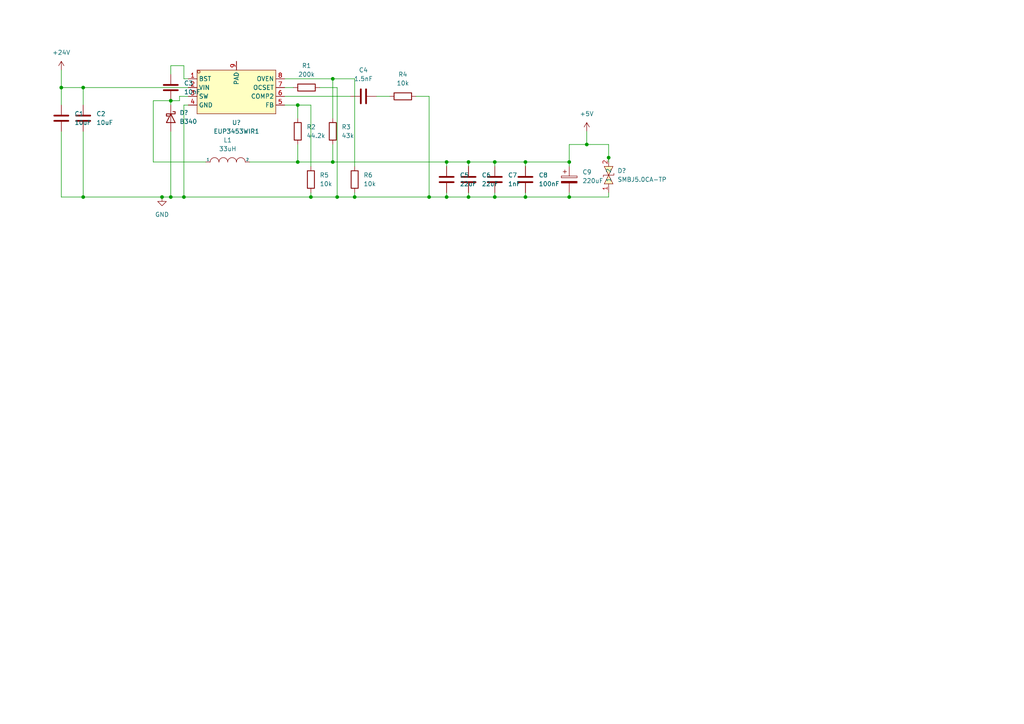
<source format=kicad_sch>
(kicad_sch (version 20211123) (generator eeschema)
  (paper "A4")
  (lib_symbols
    (symbol "Device:C" (pin_numbers hide) (pin_names (offset 0.254))
      (property "Reference" "C" (at 0.635 2.54 0))
      (property "Value" "C" (at 0.635 -2.54 0))
      (symbol "C_0_1"
        (polyline (pts (xy -2.032 -0.762) (xy 2.032 -0.762)) (stroke (width 0.508)))
        (polyline (pts (xy -2.032 0.762) (xy 2.032 0.762)) (stroke (width 0.508)))
      )
      (symbol "C_1_1"
        (pin passive line (at 0 3.81 270) (length 2.794) (name "~") (number "1"))
        (pin passive line (at 0 -3.81 90) (length 2.794) (name "~") (number "2"))
      )
    )
    (symbol "Device:C_Polarized" (pin_numbers hide) (pin_names (offset 0.254))
      (property "Reference" "C" (at 0.635 2.54 0))
      (property "Value" "C_Polarized" (at 0.635 -2.54 0))
      (symbol "C_Polarized_0_1"
        (rectangle (start -2.286 0.508) (end 2.286 1.016))
        (polyline (pts (xy -1.778 2.286) (xy -0.762 2.286)))
        (polyline (pts (xy -1.27 2.794) (xy -1.27 1.778)))
        (rectangle (start 2.286 -0.508) (end -2.286 -1.016) (fill (type outline)))
      )
      (symbol "C_Polarized_1_1"
        (pin passive line (at 0 3.81 270) (length 2.794) (name "~") (number "1"))
        (pin passive line (at 0 -3.81 90) (length 2.794) (name "~") (number "2"))
      )
    )
    (symbol "Device:R" (pin_numbers hide) (pin_names (offset 0))
      (property "Reference" "R" (at 2.032 0 90))
      (property "Value" "R" (at 0 0 90))
      (symbol "R_0_1"
        (rectangle (start -1.016 -2.54) (end 1.016 2.54) (stroke (width 0.254)))
      )
      (symbol "R_1_1"
        (pin passive line (at 0 3.81 270) (length 1.27) (name "~") (number "1"))
        (pin passive line (at 0 -3.81 90) (length 1.27) (name "~") (number "2"))
      )
    )
    (symbol "Diode:B340" (pin_numbers hide) (pin_names (offset 1.016) hide)
      (property "Reference" "D" (at 0 2.54 0))
      (property "Value" "B340" (at 0 -2.54 0))
      (symbol "B340_0_1"
        (polyline (pts (xy 1.27 0) (xy -1.27 0)))
        (polyline (pts (xy 1.27 1.27) (xy 1.27 -1.27) (xy -1.27 0) (xy 1.27 1.27)) (stroke (width 0.254)))
        (polyline (pts (xy -1.905 0.635) (xy -1.905 1.27) (xy -1.27 1.27) (xy -1.27 -1.27) (xy -0.635 -1.27) (xy -0.635 -0.635)) (stroke (width 0.254)))
      )
      (symbol "B340_1_1"
        (pin passive line (at -3.81 0 0) (length 2.54) (name "K") (number "1"))
        (pin passive line (at 3.81 0 180) (length 2.54) (name "A") (number "2"))
      )
    )
    (symbol "eup3453wir1:EUP3453WIR1"
      (property "Reference" "U" (at 0 13.97 0))
      (property "Value" "EUP3453WIR1" (at 0 -8.89 0))
      (symbol "EUP3453WIR1_0_1"
        (rectangle (start -11.43 6.35) (end 11.43 -6.35) (fill (type background)))
        (circle (center -10.92 5.84) (radius 0.38))
        (pin unspecified line (at -13.97 3.81 0) (length 2.54) (name "BST") (number "1"))
        (pin unspecified line (at -13.97 1.27 0) (length 2.54) (name "VIN") (number "2"))
        (pin unspecified line (at -13.97 -1.27 0) (length 2.54) (name "SW") (number "3"))
        (pin unspecified line (at -13.97 -3.81 0) (length 2.54) (name "GND") (number "4"))
        (pin unspecified line (at 13.97 -3.81 180) (length 2.54) (name "FB") (number "5"))
        (pin unspecified line (at 13.97 -1.27 180) (length 2.54) (name "COMP2") (number "6"))
        (pin unspecified line (at 13.97 1.27 180) (length 2.54) (name "OCSET") (number "7"))
        (pin unspecified line (at 13.97 3.81 180) (length 2.54) (name "OVEN") (number "8"))
        (pin unspecified line (at 0 8.89 270) (length 2.54) (name "PAD") (number "9"))
      )
    )
    (symbol "power:+24V" (power) (pin_names (offset 0))
      (property "Value" "+24V" (at 0 3.556 0))
      (symbol "+24V_0_1"
        (polyline (pts (xy -0.762 1.27) (xy 0 2.54)))
        (polyline (pts (xy 0 0) (xy 0 2.54)))
        (polyline (pts (xy 0 2.54) (xy 0.762 1.27)))
      )
      (symbol "+24V_1_1"
        (pin power_in line (at 0 0 90) (length 0) hide (name "+24V") (number "1"))
      )
    )
    (symbol "power:+5V" (power) (pin_names (offset 0))
      (property "Value" "+5V" (at 0 3.556 0))
      (symbol "+5V_0_1"
        (polyline (pts (xy -0.762 1.27) (xy 0 2.54)))
        (polyline (pts (xy 0 0) (xy 0 2.54)))
        (polyline (pts (xy 0 2.54) (xy 0.762 1.27)))
      )
      (symbol "+5V_1_1"
        (pin power_in line (at 0 0 90) (length 0) hide (name "+5V") (number "1"))
      )
    )
    (symbol "power:GND" (power) (pin_names (offset 0))
      (property "Value" "GND" (at 0 -3.81 0))
      (symbol "GND_0_1"
        (polyline (pts (xy 0 0) (xy 0 -1.27) (xy 1.27 -1.27) (xy 0 -2.54) (xy -1.27 -1.27) (xy 0 -1.27)))
      )
      (symbol "GND_1_1"
        (pin power_in line (at 0 0 270) (length 0) hide (name "GND") (number "1"))
      )
    )
    (symbol "pspice:INDUCTOR" (pin_numbers hide) (pin_names (offset 0))
      (property "Reference" "L" (at 0 2.54 0))
      (property "Value" "INDUCTOR" (at 0 -1.27 0))
      (symbol "INDUCTOR_0_1"
        (arc (start -2.54 0) (mid -3.81 1.27) (end -5.08 0))
        (arc (start 0 0) (mid -1.27 1.27) (end -2.54 0))
        (arc (start 2.54 0) (mid 1.27 1.27) (end 0 0))
        (arc (start 5.08 0) (mid 3.81 1.27) (end 2.54 0))
      )
      (symbol "INDUCTOR_1_1"
        (pin input line (at -6.35 0 0) (length 1.27) (name "1") (number "1"))
        (pin input line (at 6.35 0 180) (length 1.27) (name "2") (number "2"))
      )
    )
    (symbol "smbj5.0ca-tp:SMBJ5.0CA-TP"
      (property "Reference" "D" (at 0 5.08 0))
      (property "Value" "SMBJ5.0CA-TP" (at 0 -5.08 0))
      (symbol "SMBJ5.0CA-TP_0_1"
        (polyline (pts (xy -2.54 1.27) (xy 0 0) (xy -2.54 -1.27) (xy -2.54 1.27)) (fill (type background)))
        (polyline (pts (xy 2.54 1.27) (xy 0 0) (xy 2.54 -1.27) (xy 2.54 1.27)) (fill (type background)))
        (polyline (pts (xy -0.51 1.52) (xy -0.51 1.52) (xy 0 1.52) (xy 0 -1.52) (xy 0.51 -1.52) (xy 0.51 -1.52)))
        (pin unspecified line (at -5.08 0 0) (length 2.54) (name "1") (number "1"))
        (pin unspecified line (at 5.08 0 180) (length 2.54) (name "2") (number "2"))
      )
    )
  )
  (junction (at 124.46 57.15))
  (junction (at 102.87 57.15))
  (junction (at 24.13 25.4))
  (junction (at 49.53 57.15))
  (junction (at 135.89 57.15))
  (junction (at 143.51 46.99))
  (junction (at 143.51 57.15))
  (junction (at 53.34 57.15))
  (junction (at 97.79 57.15))
  (junction (at 96.52 46.99))
  (junction (at 170.18 41.91))
  (junction (at 135.89 46.99))
  (junction (at 90.17 57.15))
  (junction (at 96.52 22.86))
  (junction (at 24.13 57.15))
  (junction (at 86.36 46.99))
  (junction (at 176.53 45.72))
  (junction (at 17.78 25.4))
  (junction (at 165.1 46.99))
  (junction (at 86.36 30.48))
  (junction (at 165.1 57.15))
  (junction (at 129.54 46.99))
  (junction (at 46.99 57.15))
  (junction (at 152.4 46.99))
  (junction (at 129.54 57.15))
  (junction (at 152.4 57.15))
  (junction (at 49.53 29.21))
  (wire (pts (xy 44.45 46.99) (xy 59.69 46.99)))
  (wire (pts (xy 92.71 25.4) (xy 97.79 25.4)))
  (wire (pts (xy 53.34 30.48) (xy 53.34 57.15)))
  (wire (pts (xy 17.78 25.4) (xy 17.78 20.32)))
  (wire (pts (xy 54.61 30.48) (xy 53.34 30.48)))
  (wire (pts (xy 120.65 27.94) (xy 124.46 27.94)))
  (wire (pts (xy 90.17 30.48) (xy 86.36 30.48)))
  (wire (pts (xy 82.55 30.48) (xy 86.36 30.48)))
  (wire (pts (xy 152.4 46.99) (xy 165.1 46.99)))
  (wire (pts (xy 135.89 55.88) (xy 135.89 57.15)))
  (wire (pts (xy 129.54 46.99) (xy 129.54 48.26)))
  (wire (pts (xy 97.79 25.4) (xy 97.79 57.15)))
  (wire (pts (xy 96.52 41.91) (xy 96.52 46.99)))
  (wire (pts (xy 152.4 46.99) (xy 152.4 48.26)))
  (wire (pts (xy 124.46 57.15) (xy 102.87 57.15)))
  (wire (pts (xy 165.1 46.99) (xy 165.1 41.91)))
  (wire (pts (xy 176.53 55.88) (xy 176.53 57.15)))
  (wire (pts (xy 54.61 25.4) (xy 24.13 25.4)))
  (wire (pts (xy 17.78 25.4) (xy 17.78 30.48)))
  (wire (pts (xy 96.52 34.29) (xy 96.52 22.86)))
  (wire (pts (xy 135.89 46.99) (xy 135.89 48.26)))
  (wire (pts (xy 82.55 27.94) (xy 101.6 27.94)))
  (wire (pts (xy 82.55 25.4) (xy 85.09 25.4)))
  (wire (pts (xy 90.17 57.15) (xy 53.34 57.15)))
  (wire (pts (xy 90.17 48.26) (xy 90.17 30.48)))
  (wire (pts (xy 135.89 46.99) (xy 143.51 46.99)))
  (wire (pts (xy 49.53 19.05) (xy 53.34 19.05)))
  (wire (pts (xy 152.4 57.15) (xy 165.1 57.15)))
  (wire (pts (xy 44.45 29.21) (xy 44.45 46.99)))
  (wire (pts (xy 53.34 19.05) (xy 53.34 22.86)))
  (wire (pts (xy 124.46 27.94) (xy 124.46 57.15)))
  (wire (pts (xy 176.53 45.72) (xy 176.53 41.91)))
  (wire (pts (xy 102.87 57.15) (xy 97.79 57.15)))
  (wire (pts (xy 49.53 57.15) (xy 46.99 57.15)))
  (wire (pts (xy 24.13 25.4) (xy 17.78 25.4)))
  (wire (pts (xy 96.52 46.99) (xy 86.36 46.99)))
  (wire (pts (xy 96.52 22.86) (xy 82.55 22.86)))
  (wire (pts (xy 49.53 29.21) (xy 44.45 29.21)))
  (wire (pts (xy 170.18 41.91) (xy 170.18 38.1)))
  (wire (pts (xy 24.13 25.4) (xy 24.13 30.48)))
  (wire (pts (xy 176.53 57.15) (xy 165.1 57.15)))
  (wire (pts (xy 49.53 29.21) (xy 49.53 30.48)))
  (wire (pts (xy 165.1 41.91) (xy 170.18 41.91)))
  (wire (pts (xy 143.51 46.99) (xy 143.51 48.26)))
  (wire (pts (xy 124.46 57.15) (xy 129.54 57.15)))
  (wire (pts (xy 165.1 55.88) (xy 165.1 57.15)))
  (wire (pts (xy 86.36 30.48) (xy 86.36 34.29)))
  (wire (pts (xy 143.51 46.99) (xy 152.4 46.99)))
  (wire (pts (xy 86.36 46.99) (xy 72.39 46.99)))
  (wire (pts (xy 54.61 27.94) (xy 52.07 27.94)))
  (wire (pts (xy 24.13 38.1) (xy 24.13 57.15)))
  (wire (pts (xy 49.53 38.1) (xy 49.53 57.15)))
  (wire (pts (xy 143.51 57.15) (xy 152.4 57.15)))
  (wire (pts (xy 102.87 22.86) (xy 96.52 22.86)))
  (wire (pts (xy 109.22 27.94) (xy 113.03 27.94)))
  (wire (pts (xy 52.07 29.21) (xy 49.53 29.21)))
  (wire (pts (xy 53.34 57.15) (xy 49.53 57.15)))
  (wire (pts (xy 97.79 57.15) (xy 90.17 57.15)))
  (wire (pts (xy 143.51 55.88) (xy 143.51 57.15)))
  (wire (pts (xy 176.53 46.99) (xy 176.53 45.72)))
  (wire (pts (xy 49.53 21.59) (xy 49.53 19.05)))
  (wire (pts (xy 24.13 57.15) (xy 17.78 57.15)))
  (wire (pts (xy 86.36 41.91) (xy 86.36 46.99)))
  (wire (pts (xy 102.87 55.88) (xy 102.87 57.15)))
  (wire (pts (xy 52.07 27.94) (xy 52.07 29.21)))
  (wire (pts (xy 176.53 41.91) (xy 170.18 41.91)))
  (wire (pts (xy 46.99 57.15) (xy 24.13 57.15)))
  (wire (pts (xy 102.87 48.26) (xy 102.87 22.86)))
  (wire (pts (xy 152.4 55.88) (xy 152.4 57.15)))
  (wire (pts (xy 135.89 57.15) (xy 143.51 57.15)))
  (wire (pts (xy 129.54 57.15) (xy 135.89 57.15)))
  (wire (pts (xy 53.34 22.86) (xy 54.61 22.86)))
  (wire (pts (xy 129.54 55.88) (xy 129.54 57.15)))
  (wire (pts (xy 165.1 46.99) (xy 165.1 48.26)))
  (wire (pts (xy 96.52 46.99) (xy 129.54 46.99)))
  (wire (pts (xy 90.17 55.88) (xy 90.17 57.15)))
  (wire (pts (xy 129.54 46.99) (xy 135.89 46.99)))
  (wire (pts (xy 17.78 57.15) (xy 17.78 38.1)))
  (symbol (lib_id "Device:C") (at 143.51 52.07 0) (unit 1)
    (property "Reference" "C7" (at 147.32 50.7999 0) (effects (justify left)))
    (property "Value" "1nF" (at 147.32 53.3399 0) (effects (justify left)))
  )
  (symbol (lib_id "Device:R") (at 102.87 52.07 0) (unit 1)
    (property "Reference" "R6" (at 105.41 50.7999 0) (effects (justify left)))
    (property "Value" "10k" (at 105.41 53.3399 0) (effects (justify left)))
  )
  (symbol (lib_id "Diode:B340") (at 49.53 34.29 270) (unit 1)
    (property "Reference" "D?" (at 52.07 32.7024 90) (effects (justify left)))
    (property "Value" "B340" (at 52.07 35.2424 90) (effects (justify left)))
    (property "Footprint" "Diode_SMD:D_SMC" (effects hide))
    (property "Datasheet" "http://www.jameco.com/Jameco/Products/ProdDS/1538777.pdf" (effects hide))
  )
  (symbol (lib_id "smbj5.0ca-tp:SMBJ5.0CA-TP") (at 176.53 50.8 90) (unit 1)
    (property "Reference" "D?" (at 179.07 49.5299 90) (effects (justify right)))
    (property "Value" "SMBJ5.0CA-TP" (at 179.07 52.0699 90) (effects (justify right)))
    (property "Footprint" "smbj5:SMB_L4.6-W3.6-LS5.3-BI" (effects hide))
    (property "Datasheet" "https://lcsc.com/product-detail/TVS_Micro-Commercial-Components-MCC-SMBJ5-0CA-TP_C78757.html" (effects hide))
    (property "Manufacturer" "MCC(美微科)" (effects hide))
    (property "LCSC Part" "C78757" (effects hide))
    (property "JLC Part" "Extended Part" (effects hide))
  )
  (symbol (lib_id "Device:R") (at 96.52 38.1 0) (unit 1)
    (property "Reference" "R3" (at 99.06 36.8299 0) (effects (justify left)))
    (property "Value" "43k" (at 99.06 39.3699 0) (effects (justify left)))
  )
  (symbol (lib_id "Device:C") (at 129.54 52.07 0) (unit 1)
    (property "Reference" "C5" (at 133.35 50.7999 0) (effects (justify left)))
    (property "Value" "22uF" (at 133.35 53.3399 0) (effects (justify left)))
  )
  (symbol (lib_id "power:+24V") (at 17.78 20.32 0) (unit 1)
    (property "Reference" "#PWR?" (effects hide))
    (property "Value" "+24V" (at 17.78 15.24 0))
  )
  (symbol (lib_id "Device:C") (at 24.13 34.29 0) (unit 1)
    (property "Reference" "C2" (at 27.94 33.0199 0) (effects (justify left)))
    (property "Value" "10uF" (at 27.94 35.5599 0) (effects (justify left)))
  )
  (symbol (lib_id "Device:R") (at 116.84 27.94 270) (unit 1)
    (property "Reference" "R4" (at 116.84 21.59 90))
    (property "Value" "10k" (at 116.84 24.13 90))
  )
  (symbol (lib_id "Device:R") (at 86.36 38.1 0) (unit 1)
    (property "Reference" "R2" (at 88.9 36.8299 0) (effects (justify left)))
    (property "Value" "44.2k" (at 88.9 39.3699 0) (effects (justify left)))
  )
  (symbol (lib_id "Device:C") (at 49.53 25.4 0) (unit 1)
    (property "Reference" "C3" (at 53.34 24.1299 0) (effects (justify left)))
    (property "Value" "10nF" (at 53.34 26.6699 0) (effects (justify left)))
  )
  (symbol (lib_id "power:+5V") (at 170.18 38.1 0) (unit 1)
    (property "Reference" "#PWR?" (effects hide))
    (property "Value" "+5V" (at 170.18 33.02 0))
  )
  (symbol (lib_id "Device:R") (at 90.17 52.07 0) (unit 1)
    (property "Reference" "R5" (at 92.71 50.7999 0) (effects (justify left)))
    (property "Value" "10k" (at 92.71 53.3399 0) (effects (justify left)))
  )
  (symbol (lib_id "eup3453wir1:EUP3453WIR1") (at 68.58 26.67 0) (unit 1)
    (property "Reference" "U?" (at 68.58 35.56 0))
    (property "Value" "EUP3453WIR1" (at 68.58 38.1 0))
    (property "Footprint" "eup3453wir1:SOIC-8_L4.9-W3.9-P1.27-LS6.0-BL-EP3.1" (effects hide))
    (property "Datasheet" "https://lcsc.com/product-detail/_Eutech-Microelectronics-EUP3453WIR1_C311687.html" (effects hide))
    (property "Manufacturer" "EUTECH(德信)" (effects hide))
    (property "LCSC Part" "C311687" (effects hide))
    (property "JLC Part" "Extended Part" (effects hide))
  )
  (symbol (lib_id "power:GND") (at 46.99 57.15 0) (unit 1)
    (property "Reference" "#PWR?" (effects hide))
    (property "Value" "GND" (at 46.99 62.23 0))
  )
  (symbol (lib_id "pspice:INDUCTOR") (at 66.04 46.99 0) (unit 1)
    (property "Reference" "L1" (at 66.04 40.64 0))
    (property "Value" "33uH" (at 66.04 43.18 0))
  )
  (symbol (lib_id "Device:C") (at 152.4 52.07 0) (unit 1)
    (property "Reference" "C8" (at 156.21 50.7999 0) (effects (justify left)))
    (property "Value" "100nF" (at 156.21 53.3399 0) (effects (justify left)))
  )
  (symbol (lib_id "Device:C") (at 135.89 52.07 0) (unit 1)
    (property "Reference" "C6" (at 139.7 50.7999 0) (effects (justify left)))
    (property "Value" "22uF" (at 139.7 53.3399 0) (effects (justify left)))
  )
  (symbol (lib_id "Device:R") (at 88.9 25.4 90) (unit 1)
    (property "Reference" "R1" (at 88.9 19.05 90))
    (property "Value" "200k" (at 88.9 21.59 90))
  )
  (symbol (lib_id "Device:C") (at 17.78 34.29 0) (unit 1)
    (property "Reference" "C1" (at 21.59 33.0199 0) (effects (justify left)))
    (property "Value" "10uF" (at 21.59 35.5599 0) (effects (justify left)))
  )
  (symbol (lib_id "Device:C") (at 105.41 27.94 90) (unit 1)
    (property "Reference" "C4" (at 105.41 20.32 90))
    (property "Value" "1.5nF" (at 105.41 22.86 90))
  )
  (symbol (lib_id "Device:C_Polarized") (at 165.1 52.07 0) (unit 1)
    (property "Reference" "C9" (at 168.91 49.9109 0) (effects (justify left)))
    (property "Value" "220uF" (at 168.91 52.4509 0) (effects (justify left)))
  )
)
</source>
